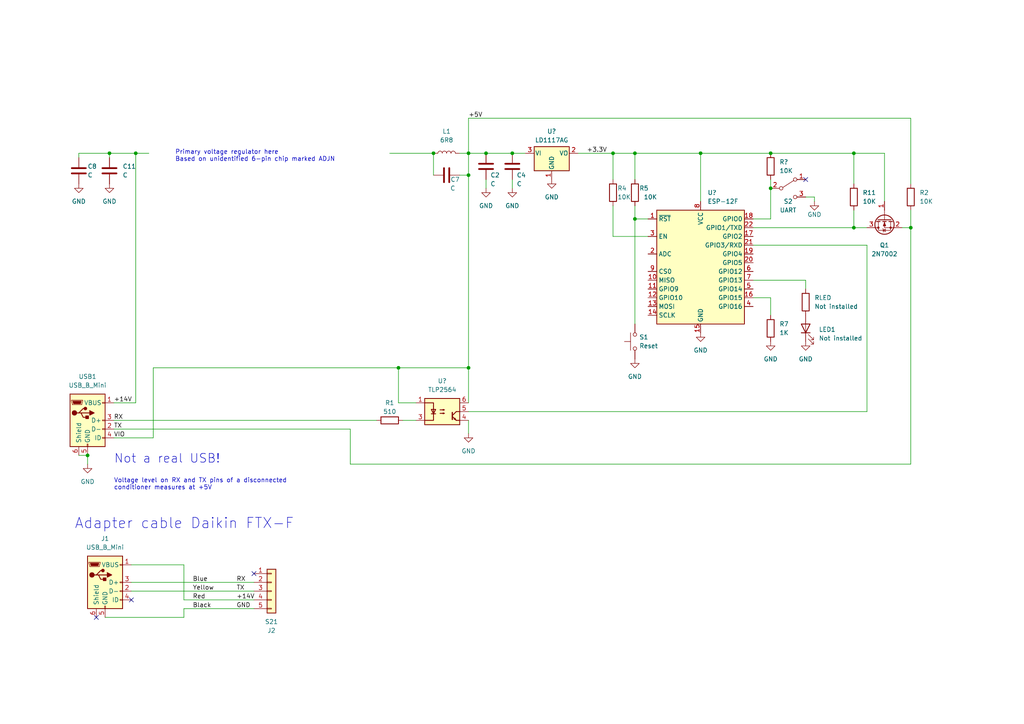
<source format=kicad_sch>
(kicad_sch (version 20230121) (generator eeschema)
  (paper "A4")
  (title_block (title "Daichi wi-fi controller") (comment 1 "Reverse engineed schematic"))
  (lib_symbols
    (symbol "Connector:USB_B_Mini" (pin_names (offset 1.016))
      (property "Reference" "J" (at -5.08 11.43 0))
      (property "Value" "USB_B_Mini" (at -5.08 8.89 0))
      (symbol "USB_B_Mini_0_1"
        (rectangle (start -5.08 -7.62) (end 5.08 7.62) (stroke (width 0.254)) (fill (type background)))
        (circle (center -3.81 2.159) (radius 0.635) (stroke (width 0.254)) (fill (type outline)))
        (circle (center -0.635 3.429) (radius 0.381) (stroke (width 0.254)) (fill (type outline)))
        (rectangle (start -0.127 -7.62) (end 0.127 -6.858))
        (polyline (pts (xy -1.905 2.159) (xy 0.635 2.159)) (stroke (width 0.254)))
        (polyline (pts (xy -3.175 2.159) (xy -2.54 2.159) (xy -1.27 3.429) (xy -0.635 3.429)) (stroke (width 0.254)))
        (polyline (pts (xy -2.54 2.159) (xy -1.905 2.159) (xy -1.27 0.889) (xy 0 0.889)) (stroke (width 0.254)))
        (polyline (pts (xy 0.635 2.794) (xy 0.635 1.524) (xy 1.905 2.159) (xy 0.635 2.794)) (stroke (width 0.254)) (fill (type outline)))
        (polyline (pts (xy -4.318 5.588) (xy -1.778 5.588) (xy -2.032 4.826) (xy -4.064 4.826) (xy -4.318 5.588)) (fill (type outline)))
        (polyline (pts (xy -4.699 5.842) (xy -4.699 5.588) (xy -4.445 4.826) (xy -4.445 4.572) (xy -1.651 4.572) (xy -1.651 4.826) (xy -1.397 5.588) (xy -1.397 5.842) (xy -4.699 5.842)))
        (rectangle (start 0.254 1.27) (end -0.508 0.508) (stroke (width 0.254)) (fill (type outline)))
        (rectangle (start 5.08 -5.207) (end 4.318 -4.953))
        (rectangle (start 5.08 -2.667) (end 4.318 -2.413))
        (rectangle (start 5.08 -0.127) (end 4.318 0.127))
        (rectangle (start 5.08 4.953) (end 4.318 5.207))
      )
      (symbol "USB_B_Mini_1_1"
        (pin power_out line (at 7.62 5.08 180) (length 2.54) (name "VBUS") (number "1"))
        (pin bidirectional line (at 7.62 -2.54 180) (length 2.54) (name "D-") (number "2"))
        (pin bidirectional line (at 7.62 0 180) (length 2.54) (name "D+") (number "3"))
        (pin passive line (at 7.62 -5.08 180) (length 2.54) (name "ID") (number "4"))
        (pin power_out line (at 0 -10.16 90) (length 2.54) (name "GND") (number "5"))
        (pin passive line (at -2.54 -10.16 90) (length 2.54) (name "Shield") (number "6"))
      )
    )
    (symbol "Connector_Generic:Conn_01x05" (pin_names (offset 1.016) hide)
      (property "Reference" "J" (at 0 7.62 0))
      (property "Value" "Conn_01x05" (at 0 -7.62 0))
      (symbol "Conn_01x05_1_1"
        (rectangle (start -1.27 -4.953) (end 0 -5.207) (stroke (width 0.1524)))
        (rectangle (start -1.27 -2.413) (end 0 -2.667) (stroke (width 0.1524)))
        (rectangle (start -1.27 0.127) (end 0 -0.127) (stroke (width 0.1524)))
        (rectangle (start -1.27 2.667) (end 0 2.413) (stroke (width 0.1524)))
        (rectangle (start -1.27 5.207) (end 0 4.953) (stroke (width 0.1524)))
        (rectangle (start -1.27 6.35) (end 1.27 -6.35) (stroke (width 0.254)) (fill (type background)))
        (pin passive line (at -5.08 5.08 0) (length 3.81) (name "Pin_1") (number "1"))
        (pin passive line (at -5.08 2.54 0) (length 3.81) (name "Pin_2") (number "2"))
        (pin passive line (at -5.08 0 0) (length 3.81) (name "Pin_3") (number "3"))
        (pin passive line (at -5.08 -2.54 0) (length 3.81) (name "Pin_4") (number "4"))
        (pin passive line (at -5.08 -5.08 0) (length 3.81) (name "Pin_5") (number "5"))
      )
    )
    (symbol "Device:C" (pin_numbers hide) (pin_names (offset 0.254))
      (property "Reference" "C" (at 0.635 2.54 0))
      (property "Value" "C" (at 0.635 -2.54 0))
      (symbol "C_0_1"
        (polyline (pts (xy -2.032 -0.762) (xy 2.032 -0.762)) (stroke (width 0.508)))
        (polyline (pts (xy -2.032 0.762) (xy 2.032 0.762)) (stroke (width 0.508)))
      )
      (symbol "C_1_1"
        (pin passive line (at 0 3.81 270) (length 2.794) (name "~") (number "1"))
        (pin passive line (at 0 -3.81 90) (length 2.794) (name "~") (number "2"))
      )
    )
    (symbol "Device:L" (pin_numbers hide) (pin_names (offset 1.016) hide)
      (property "Reference" "L" (at -1.27 0 90))
      (property "Value" "L" (at 1.905 0 90))
      (symbol "L_0_1"
        (arc (start 0 -2.54) (mid 0.6323 -1.905) (end 0 -1.27))
        (arc (start 0 -1.27) (mid 0.6323 -0.635) (end 0 0))
        (arc (start 0 0) (mid 0.6323 0.635) (end 0 1.27))
        (arc (start 0 1.27) (mid 0.6323 1.905) (end 0 2.54))
      )
      (symbol "L_1_1"
        (pin passive line (at 0 3.81 270) (length 1.27) (name "1") (number "1"))
        (pin passive line (at 0 -3.81 90) (length 1.27) (name "2") (number "2"))
      )
    )
    (symbol "Device:LED" (pin_numbers hide) (pin_names (offset 1.016) hide)
      (property "Reference" "D" (at 0 2.54 0))
      (property "Value" "LED" (at 0 -2.54 0))
      (symbol "LED_0_1"
        (polyline (pts (xy -1.27 -1.27) (xy -1.27 1.27)) (stroke (width 0.254)))
        (polyline (pts (xy -1.27 0) (xy 1.27 0)))
        (polyline (pts (xy 1.27 -1.27) (xy 1.27 1.27) (xy -1.27 0) (xy 1.27 -1.27)) (stroke (width 0.254)))
        (polyline (pts (xy -3.048 -0.762) (xy -4.572 -2.286) (xy -3.81 -2.286) (xy -4.572 -2.286) (xy -4.572 -1.524)))
        (polyline (pts (xy -1.778 -0.762) (xy -3.302 -2.286) (xy -2.54 -2.286) (xy -3.302 -2.286) (xy -3.302 -1.524)))
      )
      (symbol "LED_1_1"
        (pin passive line (at -3.81 0 0) (length 2.54) (name "K") (number "1"))
        (pin passive line (at 3.81 0 180) (length 2.54) (name "A") (number "2"))
      )
    )
    (symbol "Device:R" (pin_numbers hide) (pin_names (offset 0))
      (property "Reference" "R" (at 2.032 0 90))
      (property "Value" "R" (at 0 0 90))
      (symbol "R_0_1"
        (rectangle (start -1.016 -2.54) (end 1.016 2.54) (stroke (width 0.254)))
      )
      (symbol "R_1_1"
        (pin passive line (at 0 3.81 270) (length 1.27) (name "~") (number "1"))
        (pin passive line (at 0 -3.81 90) (length 1.27) (name "~") (number "2"))
      )
    )
    (symbol "Isolator:TLP131" (pin_names (offset 1.016))
      (property "Reference" "U?" (at 0 8.89 0))
      (property "Value" "TLP2564" (at 0 6.35 0))
      (symbol "TLP131_0_1"
        (rectangle (start -5.08 3.81) (end 5.08 -3.81) (stroke (width 0.254)) (fill (type background)))
        (polyline (pts (xy -3.175 -0.635) (xy -1.905 -0.635)) (stroke (width 0.254)))
        (polyline (pts (xy 2.921 -1.397) (xy 4.064 -2.54)) (stroke (width 0.254)))
        (polyline (pts (xy 2.921 -1.143) (xy 4.064 0)) (stroke (width 0.254)))
        (polyline (pts (xy 4.064 -2.54) (xy 5.08 -2.54)) (stroke (width 0.254)))
        (polyline (pts (xy 5.08 0) (xy 4.064 0)) (stroke (width 0.254)))
        (polyline (pts (xy 2.921 -0.254) (xy 2.921 -2.286) (xy 2.921 -2.286)) (stroke (width 0.3556)))
        (polyline (pts (xy -5.08 -2.54) (xy -2.54 -2.54) (xy -2.54 2.54) (xy -5.08 2.54)) (stroke (width 0.254)))
        (polyline (pts (xy -2.54 -0.635) (xy -3.175 0.635) (xy -1.905 0.635) (xy -2.54 -0.635)) (stroke (width 0.254)))
        (polyline (pts (xy 3.937 -2.413) (xy 3.683 -1.905) (xy 3.429 -2.159) (xy 3.937 -2.413)) (stroke (width 0.254)))
        (polyline (pts (xy -0.635 -0.508) (xy 0.635 -0.508) (xy 0.254 -0.635) (xy 0.254 -0.381) (xy 0.635 -0.508)) (stroke (width 0.254)))
        (polyline (pts (xy -0.635 0.508) (xy 0.635 0.508) (xy 0.254 0.381) (xy 0.254 0.635) (xy 0.635 0.508)) (stroke (width 0.254)))
      )
      (symbol "TLP131_1_1"
        (pin passive line (at -7.62 2.54 0) (length 2.54) (name "~") (number "1"))
        (pin passive line (at -7.62 -2.54 0) (length 2.54) (name "~") (number "3"))
        (pin power_in line (at 7.62 -2.54 180) (length 2.54) (name "~") (number "4"))
        (pin open_collector line (at 7.62 0 180) (length 2.54) (name "~") (number "5"))
        (pin power_in line (at 7.62 2.54 180) (length 2.54) (name "~") (number "6"))
      )
    )
    (symbol "RF_Module:ESP-12F"
      (property "Reference" "U" (at -12.7 19.05 0))
      (property "Value" "ESP-12F" (at 12.7 19.05 0))
      (symbol "ESP-12F_0_1"
        (rectangle (start -12.7 17.78) (end 12.7 -15.24) (stroke (width 0.254)) (fill (type background)))
      )
      (symbol "ESP-12F_1_1"
        (pin input line (at -15.24 15.24 0) (length 2.54) (name "~{RST}") (number "1"))
        (pin bidirectional line (at -15.24 -2.54 0) (length 2.54) (name "MISO") (number "10"))
        (pin bidirectional line (at -15.24 -5.08 0) (length 2.54) (name "GPIO9") (number "11"))
        (pin bidirectional line (at -15.24 -7.62 0) (length 2.54) (name "GPIO10") (number "12"))
        (pin bidirectional line (at -15.24 -10.16 0) (length 2.54) (name "MOSI") (number "13"))
        (pin bidirectional line (at -15.24 -12.7 0) (length 2.54) (name "SCLK") (number "14"))
        (pin power_in line (at 0 -17.78 90) (length 2.54) (name "GND") (number "15"))
        (pin bidirectional line (at 15.24 -7.62 180) (length 2.54) (name "GPIO15") (number "16"))
        (pin bidirectional line (at 15.24 10.16 180) (length 2.54) (name "GPIO2") (number "17"))
        (pin bidirectional line (at 15.24 15.24 180) (length 2.54) (name "GPIO0") (number "18"))
        (pin bidirectional line (at 15.24 5.08 180) (length 2.54) (name "GPIO4") (number "19"))
        (pin input line (at -15.24 5.08 0) (length 2.54) (name "ADC") (number "2"))
        (pin bidirectional line (at 15.24 2.54 180) (length 2.54) (name "GPIO5") (number "20"))
        (pin bidirectional line (at 15.24 7.62 180) (length 2.54) (name "GPIO3/RXD") (number "21"))
        (pin bidirectional line (at 15.24 12.7 180) (length 2.54) (name "GPIO1/TXD") (number "22"))
        (pin input line (at -15.24 10.16 0) (length 2.54) (name "EN") (number "3"))
        (pin bidirectional line (at 15.24 -10.16 180) (length 2.54) (name "GPIO16") (number "4"))
        (pin bidirectional line (at 15.24 -5.08 180) (length 2.54) (name "GPIO14") (number "5"))
        (pin bidirectional line (at 15.24 0 180) (length 2.54) (name "GPIO12") (number "6"))
        (pin bidirectional line (at 15.24 -2.54 180) (length 2.54) (name "GPIO13") (number "7"))
        (pin power_in line (at 0 20.32 270) (length 2.54) (name "VCC") (number "8"))
        (pin input line (at -15.24 0 0) (length 2.54) (name "CS0") (number "9"))
      )
    )
    (symbol "Regulator_Linear:LD1117S12TR_SOT223" (pin_names (offset 0.254))
      (property "Reference" "U" (at -3.81 3.175 0))
      (property "Value" "LD1117S12TR_SOT223" (at 0 3.175 0))
      (symbol "LD1117S12TR_SOT223_0_1"
        (rectangle (start -5.08 -5.08) (end 5.08 1.905) (stroke (width 0.254)) (fill (type background)))
      )
      (symbol "LD1117S12TR_SOT223_1_1"
        (pin power_in line (at 0 -7.62 90) (length 2.54) (name "GND") (number "1"))
        (pin power_out line (at 7.62 0 180) (length 2.54) (name "VO") (number "2"))
        (pin power_in line (at -7.62 0 0) (length 2.54) (name "VI") (number "3"))
      )
    )
    (symbol "Switch:SW_Push" (pin_numbers hide) (pin_names (offset 1.016) hide)
      (property "Reference" "SW" (at 1.27 2.54 0))
      (property "Value" "SW_Push" (at 0 -1.524 0))
      (symbol "SW_Push_0_1"
        (circle (center -2.032 0) (radius 0.508))
        (polyline (pts (xy 0 1.27) (xy 0 3.048)))
        (polyline (pts (xy 2.54 1.27) (xy -2.54 1.27)))
        (circle (center 2.032 0) (radius 0.508))
        (pin passive line (at -5.08 0 0) (length 2.54) (name "1") (number "1"))
        (pin passive line (at 5.08 0 180) (length 2.54) (name "2") (number "2"))
      )
    )
    (symbol "Switch:SW_SPDT" (pin_names (offset 0) hide)
      (property "Reference" "SW" (at 0 4.318 0))
      (property "Value" "SW_SPDT" (at 0 -5.08 0))
      (symbol "SW_SPDT_0_0"
        (circle (center -2.032 0) (radius 0.508))
        (circle (center 2.032 -2.54) (radius 0.508))
      )
      (symbol "SW_SPDT_0_1"
        (polyline (pts (xy -1.524 0.254) (xy 1.651 2.286)))
        (circle (center 2.032 2.54) (radius 0.508))
      )
      (symbol "SW_SPDT_1_1"
        (pin passive line (at 5.08 2.54 180) (length 2.54) (name "A") (number "1"))
        (pin passive line (at -5.08 0 0) (length 2.54) (name "B") (number "2"))
        (pin passive line (at 5.08 -2.54 180) (length 2.54) (name "C") (number "3"))
      )
    )
    (symbol "Transistor_FET:2N7002" (pin_names hide)
      (property "Reference" "Q" (at 5.08 1.905 0))
      (property "Value" "2N7002" (at 5.08 0 0))
      (symbol "2N7002_0_1"
        (polyline (pts (xy 0.254 0) (xy -2.54 0)))
        (polyline (pts (xy 0.254 1.905) (xy 0.254 -1.905)) (stroke (width 0.254)))
        (polyline (pts (xy 0.762 -1.27) (xy 0.762 -2.286)) (stroke (width 0.254)))
        (polyline (pts (xy 0.762 0.508) (xy 0.762 -0.508)) (stroke (width 0.254)))
        (polyline (pts (xy 0.762 2.286) (xy 0.762 1.27)) (stroke (width 0.254)))
        (polyline (pts (xy 2.54 2.54) (xy 2.54 1.778)))
        (polyline (pts (xy 2.54 -2.54) (xy 2.54 0) (xy 0.762 0)))
        (polyline (pts (xy 0.762 -1.778) (xy 3.302 -1.778) (xy 3.302 1.778) (xy 0.762 1.778)))
        (polyline (pts (xy 1.016 0) (xy 2.032 0.381) (xy 2.032 -0.381) (xy 1.016 0)) (fill (type outline)))
        (polyline (pts (xy 2.794 0.508) (xy 2.921 0.381) (xy 3.683 0.381) (xy 3.81 0.254)))
        (polyline (pts (xy 3.302 0.381) (xy 2.921 -0.254) (xy 3.683 -0.254) (xy 3.302 0.381)))
        (circle (center 1.651 0) (radius 2.794) (stroke (width 0.254)))
        (circle (center 2.54 -1.778) (radius 0.254) (fill (type outline)))
        (circle (center 2.54 1.778) (radius 0.254) (fill (type outline)))
      )
      (symbol "2N7002_1_1"
        (pin input line (at -5.08 0 0) (length 2.54) (name "G") (number "1"))
        (pin passive line (at 2.54 -5.08 90) (length 2.54) (name "S") (number "2"))
        (pin passive line (at 2.54 5.08 270) (length 2.54) (name "D") (number "3"))
      )
    )
    (symbol "power:GND" (power) (pin_names (offset 0))
      (property "Value" "GND" (at 0 -3.81 0))
      (symbol "GND_0_1"
        (polyline (pts (xy 0 0) (xy 0 -1.27) (xy 1.27 -1.27) (xy 0 -2.54) (xy -1.27 -1.27) (xy 0 -1.27)))
      )
      (symbol "GND_1_1"
        (pin power_in line (at 0 0 270) (length 0) hide (name "GND") (number "1"))
      )
    )
  )
  (junction (at 115.57 106.68))
  (junction (at 264.16 66.04))
  (junction (at 135.89 50.8))
  (junction (at 140.97 44.45))
  (junction (at 203.2 44.45))
  (junction (at 39.37 44.45))
  (junction (at 135.89 106.68))
  (junction (at 148.59 44.45))
  (junction (at 184.15 44.45))
  (junction (at 247.65 66.04))
  (junction (at 125.73 44.45))
  (junction (at 135.89 44.45))
  (junction (at 25.4 132.08))
  (junction (at 223.52 44.45))
  (junction (at 223.52 54.61))
  (junction (at 247.65 44.45))
  (junction (at 31.75 44.45))
  (junction (at 184.15 63.5))
  (junction (at 177.8 44.45))
  (no_connect (at 233.68 52.07))
  (no_connect (at 27.94 179.07))
  (no_connect (at 73.66 166.37))
  (no_connect (at 38.1 173.99))
  (wire (pts (xy 25.4 132.08) (xy 25.4 134.62)))
  (wire (pts (xy 184.15 63.5) (xy 184.15 93.98)))
  (wire (pts (xy 140.97 54.61) (xy 140.97 52.07)))
  (wire (pts (xy 247.65 66.04) (xy 251.46 66.04)))
  (wire (pts (xy 31.75 45.72) (xy 31.75 44.45)))
  (wire (pts (xy 44.45 106.68) (xy 115.57 106.68)))
  (wire (pts (xy 133.35 50.8) (xy 135.89 50.8)))
  (wire (pts (xy 135.89 116.84) (xy 135.89 106.68)))
  (wire (pts (xy 148.59 52.07) (xy 148.59 54.61)))
  (wire (pts (xy 31.75 44.45) (xy 22.86 44.45)))
  (wire (pts (xy 187.96 63.5) (xy 184.15 63.5)))
  (wire (pts (xy 264.16 60.96) (xy 264.16 66.04)))
  (wire (pts (xy 33.02 127) (xy 44.45 127)))
  (wire (pts (xy 53.34 163.83) (xy 38.1 163.83)))
  (wire (pts (xy 135.89 44.45) (xy 140.97 44.45)))
  (wire (pts (xy 116.84 121.92) (xy 120.65 121.92)))
  (wire (pts (xy 223.52 63.5) (xy 218.44 63.5)))
  (wire (pts (xy 135.89 50.8) (xy 135.89 106.68)))
  (wire (pts (xy 135.89 34.29) (xy 135.89 44.45)))
  (wire (pts (xy 25.4 132.08) (xy 22.86 132.08)))
  (wire (pts (xy 251.46 71.12) (xy 251.46 119.38)))
  (wire (pts (xy 223.52 86.36) (xy 223.52 91.44)))
  (wire (pts (xy 223.52 44.45) (xy 203.2 44.45)))
  (wire (pts (xy 38.1 168.91) (xy 73.66 168.91)))
  (wire (pts (xy 39.37 44.45) (xy 43.18 44.45)))
  (wire (pts (xy 233.68 57.15) (xy 236.22 57.15)))
  (wire (pts (xy 264.16 53.34) (xy 264.16 34.29)))
  (wire (pts (xy 101.6 134.62) (xy 264.16 134.62)))
  (wire (pts (xy 256.54 44.45) (xy 247.65 44.45)))
  (wire (pts (xy 39.37 44.45) (xy 31.75 44.45)))
  (wire (pts (xy 135.89 125.73) (xy 135.89 121.92)))
  (wire (pts (xy 203.2 44.45) (xy 203.2 58.42)))
  (wire (pts (xy 135.89 119.38) (xy 251.46 119.38)))
  (wire (pts (xy 39.37 44.45) (xy 39.37 116.84)))
  (wire (pts (xy 135.89 44.45) (xy 135.89 50.8)))
  (wire (pts (xy 22.86 45.72) (xy 22.86 44.45)))
  (wire (pts (xy 203.2 44.45) (xy 184.15 44.45)))
  (wire (pts (xy 177.8 44.45) (xy 177.8 52.07)))
  (wire (pts (xy 101.6 124.46) (xy 101.6 134.62)))
  (wire (pts (xy 125.73 44.45) (xy 125.73 50.8)))
  (wire (pts (xy 218.44 71.12) (xy 251.46 71.12)))
  (wire (pts (xy 33.02 124.46) (xy 101.6 124.46)))
  (wire (pts (xy 115.57 106.68) (xy 115.57 116.84)))
  (wire (pts (xy 39.37 116.84) (xy 33.02 116.84)))
  (wire (pts (xy 261.62 66.04) (xy 264.16 66.04)))
  (wire (pts (xy 247.65 60.96) (xy 247.65 66.04)))
  (wire (pts (xy 184.15 63.5) (xy 184.15 59.69)))
  (wire (pts (xy 140.97 44.45) (xy 148.59 44.45)))
  (wire (pts (xy 135.89 34.29) (xy 264.16 34.29)))
  (wire (pts (xy 38.1 171.45) (xy 73.66 171.45)))
  (wire (pts (xy 247.65 44.45) (xy 247.65 53.34)))
  (wire (pts (xy 223.52 54.61) (xy 223.52 52.07)))
  (wire (pts (xy 30.48 179.07) (xy 53.34 179.07)))
  (wire (pts (xy 218.44 81.28) (xy 233.68 81.28)))
  (wire (pts (xy 218.44 66.04) (xy 247.65 66.04)))
  (wire (pts (xy 236.22 57.15) (xy 236.22 58.42)))
  (wire (pts (xy 148.59 44.45) (xy 152.4 44.45)))
  (wire (pts (xy 223.52 54.61) (xy 223.52 63.5)))
  (wire (pts (xy 184.15 44.45) (xy 184.15 52.07)))
  (wire (pts (xy 264.16 134.62) (xy 264.16 66.04)))
  (wire (pts (xy 256.54 58.42) (xy 256.54 44.45)))
  (wire (pts (xy 53.34 173.99) (xy 73.66 173.99)))
  (wire (pts (xy 53.34 179.07) (xy 53.34 176.53)))
  (wire (pts (xy 44.45 106.68) (xy 44.45 127)))
  (wire (pts (xy 33.02 121.92) (xy 109.22 121.92)))
  (wire (pts (xy 218.44 86.36) (xy 223.52 86.36)))
  (wire (pts (xy 233.68 81.28) (xy 233.68 83.82)))
  (wire (pts (xy 167.64 44.45) (xy 177.8 44.45)))
  (wire (pts (xy 125.73 44.45) (xy 113.03 44.45)))
  (wire (pts (xy 187.96 68.58) (xy 177.8 68.58)))
  (wire (pts (xy 177.8 68.58) (xy 177.8 59.69)))
  (wire (pts (xy 53.34 173.99) (xy 53.34 163.83)))
  (wire (pts (xy 184.15 44.45) (xy 177.8 44.45)))
  (wire (pts (xy 247.65 44.45) (xy 223.52 44.45)))
  (wire (pts (xy 115.57 106.68) (xy 135.89 106.68)))
  (wire (pts (xy 53.34 176.53) (xy 73.66 176.53)))
  (wire (pts (xy 133.35 44.45) (xy 135.89 44.45)))
  (wire (pts (xy 120.65 116.84) (xy 115.57 116.84)))
  (text "Voltage level on RX and TX pins of a disconnected\nconditioner measures at +5V" (at 33.02 142.24 0) (effects (font (size 1.27 1.27)) (justify left bottom)))
  (text "Adapter cable Daikin FTX-F" (at 21.59 153.67 0) (effects (font (size 3 3)) (justify left bottom)))
  (text "Not a real USB!" (at 33.02 134.62 0) (effects (font (size 2.54 2.54)) (justify left bottom)))
  (text "Primary voltage regulator here\nBased on unidentified 6-pin chip marked ADJN" (at 50.8 46.99 0) (effects (font (size 1.27 1.27)) (justify left bottom)))
  (label "Yellow" (at 55.88 171.45 0))
  (label "+14V" (at 33.02 116.84 0))
  (label "+14V" (at 68.58 173.99 0))
  (label "Black" (at 55.88 176.53 0))
  (label "+3.3V" (at 170.18 44.45 0))
  (label "+5V" (at 135.89 34.29 0))
  (label "RX" (at 33.02 121.92 0))
  (label "Red" (at 55.88 173.99 0))
  (label "Blue" (at 55.88 168.91 0))
  (label "RX" (at 68.58 168.91 0))
  (label "TX" (at 33.02 124.46 0))
  (label "VIO" (at 33.02 127 0))
  (label "GND" (at 68.58 176.53 0))
  (label "TX" (at 68.58 171.45 0))
  (symbol (lib_id "power:GND") (at 184.15 104.14 0) (unit 1)
    (property "Reference" "#PWR?" (effects hide))
    (property "Value" "GND" (at 184.15 109.22 0))
  )
  (symbol (lib_id "Device:C") (at 129.54 50.8 90) (unit 1)
    (property "Reference" "C7" (at 133.35 52.07 90) (effects (justify left)))
    (property "Value" "C" (at 132.08 54.61 90) (effects (justify left)))
  )
  (symbol (lib_id "power:GND") (at 25.4 134.62 0) (unit 1)
    (property "Reference" "#PWR?" (effects hide))
    (property "Value" "GND" (at 25.4 139.7 0))
  )
  (symbol (lib_id "power:GND") (at 160.02 52.07 0) (unit 1)
    (property "Reference" "#PWR?" (effects hide))
    (property "Value" "GND" (at 160.02 57.15 0))
  )
  (symbol (lib_id "Device:C") (at 148.59 48.26 0) (unit 1)
    (property "Reference" "C4" (at 149.86 50.8 0) (effects (justify left)))
    (property "Value" "C" (at 149.86 53.34 0) (effects (justify left)))
  )
  (symbol (lib_id "Regulator_Linear:LD1117S12TR_SOT223") (at 160.02 44.45 0) (unit 1)
    (property "Reference" "U?" (at 160.02 38.1 0))
    (property "Value" "LD1117AG" (at 160.02 40.64 0))
    (property "Footprint" "Package_TO_SOT_SMD:SOT-223-3_TabPin2" (effects hide))
    (property "Datasheet" "http://www.st.com/st-web-ui/static/active/en/resource/technical/document/datasheet/CD00000544.pdf" (effects hide))
  )
  (symbol (lib_id "Device:LED") (at 233.68 95.25 90) (unit 1)
    (property "Reference" "LED1" (at 237.49 95.5674 90) (effects (justify right)))
    (property "Value" "Not installed" (at 237.49 98.1074 90) (effects (justify right)))
  )
  (symbol (lib_id "Device:R") (at 223.52 95.25 0) (unit 1)
    (property "Reference" "R7" (at 226.06 93.9799 0) (effects (justify left)))
    (property "Value" "1K" (at 226.06 96.5199 0) (effects (justify left)))
  )
  (symbol (lib_id "Device:L") (at 129.54 44.45 90) (unit 1)
    (property "Reference" "L1" (at 129.54 38.1 90))
    (property "Value" "6R8" (at 129.54 40.64 90))
  )
  (symbol (lib_id "Device:R") (at 223.52 48.26 0) (unit 1)
    (property "Reference" "R?" (at 226.06 46.9899 0) (effects (justify left)))
    (property "Value" "10K" (at 226.06 49.5299 0) (effects (justify left)))
  )
  (symbol (lib_id "power:GND") (at 135.89 125.73 0) (unit 1)
    (property "Reference" "#PWR?" (effects hide))
    (property "Value" "GND" (at 135.89 130.81 0))
  )
  (symbol (lib_id "power:GND") (at 233.68 99.06 0) (unit 1)
    (property "Reference" "#PWR?" (effects hide))
    (property "Value" "GND" (at 233.68 104.14 0))
  )
  (symbol (lib_id "Device:C") (at 140.97 48.26 0) (unit 1)
    (property "Reference" "C2" (at 142.24 50.8 0) (effects (justify left)))
    (property "Value" "C" (at 142.24 53.34 0) (effects (justify left)))
  )
  (symbol (lib_id "power:GND") (at 236.22 58.42 0) (unit 1)
    (property "Reference" "#PWR?" (effects hide))
    (property "Value" "GND" (at 236.22 62.23 0))
  )
  (symbol (lib_id "Device:R") (at 177.8 55.88 0) (unit 1)
    (property "Reference" "R4" (at 179.07 54.61 0) (effects (justify left)))
    (property "Value" "10K" (at 179.07 57.15 0) (effects (justify left)))
  )
  (symbol (lib_id "Connector:USB_B_Mini") (at 25.4 121.92 0) (unit 1)
    (property "Reference" "USB1" (at 25.4 109.22 0))
    (property "Value" "USB_B_Mini" (at 25.4 111.76 0))
  )
  (symbol (lib_id "Connector:USB_B_Mini") (at 30.48 168.91 0) (unit 1)
    (property "Reference" "J1" (at 30.48 156.21 0))
    (property "Value" "USB_B_Mini" (at 30.48 158.75 0))
    (property "Footprint" "Connector_USB:USB_Mini-B_Lumberg_2486_01_Horizontal" (effects hide))
  )
  (symbol (lib_id "Connector_Generic:Conn_01x05") (at 78.74 171.45 0) (unit 1)
    (property "Reference" "J2" (at 78.74 182.88 0))
    (property "Value" "S21" (at 78.74 180.34 0))
    (property "Footprint" "Connector_JST:JST_EH_S5B-EH_1x05_P2.50mm_Horizontal" (effects hide))
    (property "LCSC Part #" "C225427" (effects hide))
    (property "JLCPCB Position Offset" "5,0" (effects hide))
  )
  (symbol (lib_id "power:GND") (at 31.75 53.34 0) (unit 1)
    (property "Reference" "#PWR?" (effects hide))
    (property "Value" "GND" (at 31.75 58.42 0))
  )
  (symbol (lib_id "power:GND") (at 223.52 99.06 0) (unit 1)
    (property "Reference" "#PWR?" (effects hide))
    (property "Value" "GND" (at 223.52 104.14 0))
  )
  (symbol (lib_id "RF_Module:ESP-12F") (at 203.2 78.74 0) (unit 1)
    (property "Reference" "U?" (at 205.2194 55.88 0) (effects (justify left)))
    (property "Value" "ESP-12F" (at 205.2194 58.42 0) (effects (justify left)))
    (property "Footprint" "RF_Module:ESP-12E" (effects hide))
    (property "Datasheet" "http://wiki.ai-thinker.com/_media/esp8266/esp8266_series_modules_user_manual_v1.1.pdf" (effects hide))
  )
  (symbol (lib_id "Device:R") (at 184.15 55.88 0) (unit 1)
    (property "Reference" "R5" (at 185.42 54.61 0) (effects (justify left)))
    (property "Value" "10K" (at 186.69 57.1499 0) (effects (justify left)))
  )
  (symbol (lib_id "Device:C") (at 31.75 49.53 0) (unit 1)
    (property "Reference" "C11" (at 35.56 48.2599 0) (effects (justify left)))
    (property "Value" "C" (at 35.56 50.7999 0) (effects (justify left)))
  )
  (symbol (lib_id "Isolator:TLP131") (at 128.27 119.38 0) (unit 1)
    (property "Reference" "U?" (at 128.27 110.49 0))
    (property "Value" "TLP2564" (at 128.27 113.03 0))
    (property "Footprint" "Package_SO:MFSOP6-5_4.4x3.6mm_P1.27mm" (effects hide))
    (property "Datasheet" "https://toshiba.semicon-storage.com/info/docget.jsp?did=16742&prodName=TLP131" (effects hide))
  )
  (symbol (lib_id "power:GND") (at 148.59 54.61 0) (unit 1)
    (property "Reference" "#PWR?" (effects hide))
    (property "Value" "GND" (at 148.59 59.69 0))
  )
  (symbol (lib_id "Switch:SW_SPDT") (at 228.6 54.61 0) (unit 1)
    (property "Reference" "S2" (at 228.6 58.42 0))
    (property "Value" "UART" (at 228.6 60.96 0))
  )
  (symbol (lib_id "Device:R") (at 113.03 121.92 90) (unit 1)
    (property "Reference" "R1" (at 113.03 116.84 90))
    (property "Value" "510" (at 113.03 119.38 90))
  )
  (symbol (lib_id "Device:R") (at 264.16 57.15 0) (unit 1)
    (property "Reference" "R2" (at 266.7 55.8799 0) (effects (justify left)))
    (property "Value" "10K" (at 266.7 58.4199 0) (effects (justify left)))
  )
  (symbol (lib_id "Device:C") (at 22.86 49.53 0) (unit 1)
    (property "Reference" "C8" (at 25.4 48.26 0) (effects (justify left)))
    (property "Value" "C" (at 25.4 50.8 0) (effects (justify left)))
  )
  (symbol (lib_id "Switch:SW_Push") (at 184.15 99.06 90) (unit 1)
    (property "Reference" "S1" (at 185.42 97.7899 90) (effects (justify right)))
    (property "Value" "Reset" (at 185.42 100.3299 90) (effects (justify right)))
  )
  (symbol (lib_id "Device:R") (at 233.68 87.63 0) (unit 1)
    (property "Reference" "RLED" (at 236.22 86.3599 0) (effects (justify left)))
    (property "Value" "Not installed" (at 236.22 88.8999 0) (effects (justify left)))
  )
  (symbol (lib_id "Device:R") (at 247.65 57.15 0) (unit 1)
    (property "Reference" "R11" (at 250.19 55.8799 0) (effects (justify left)))
    (property "Value" "10K" (at 250.19 58.4199 0) (effects (justify left)))
  )
  (symbol (lib_id "power:GND") (at 22.86 53.34 0) (unit 1)
    (property "Reference" "#PWR?" (effects hide))
    (property "Value" "GND" (at 22.86 58.42 0))
  )
  (symbol (lib_id "power:GND") (at 140.97 54.61 0) (unit 1)
    (property "Reference" "#PWR?" (effects hide))
    (property "Value" "GND" (at 140.97 59.69 0))
  )
  (symbol (lib_id "power:GND") (at 203.2 96.52 0) (unit 1)
    (property "Reference" "#PWR?" (effects hide))
    (property "Value" "GND" (at 203.2 101.6 0))
  )
  (symbol (lib_id "Transistor_FET:2N7002") (at 256.54 63.5 90) (mirror x) (unit 1)
    (property "Reference" "Q1" (at 256.54 71.12 90))
    (property "Value" "2N7002" (at 256.54 73.66 90))
    (property "Footprint" "Package_TO_SOT_SMD:SOT-23" (effects hide))
    (property "Datasheet" "https://www.onsemi.com/pub/Collateral/NDS7002A-D.PDF" (effects hide))
  )
)
</source>
